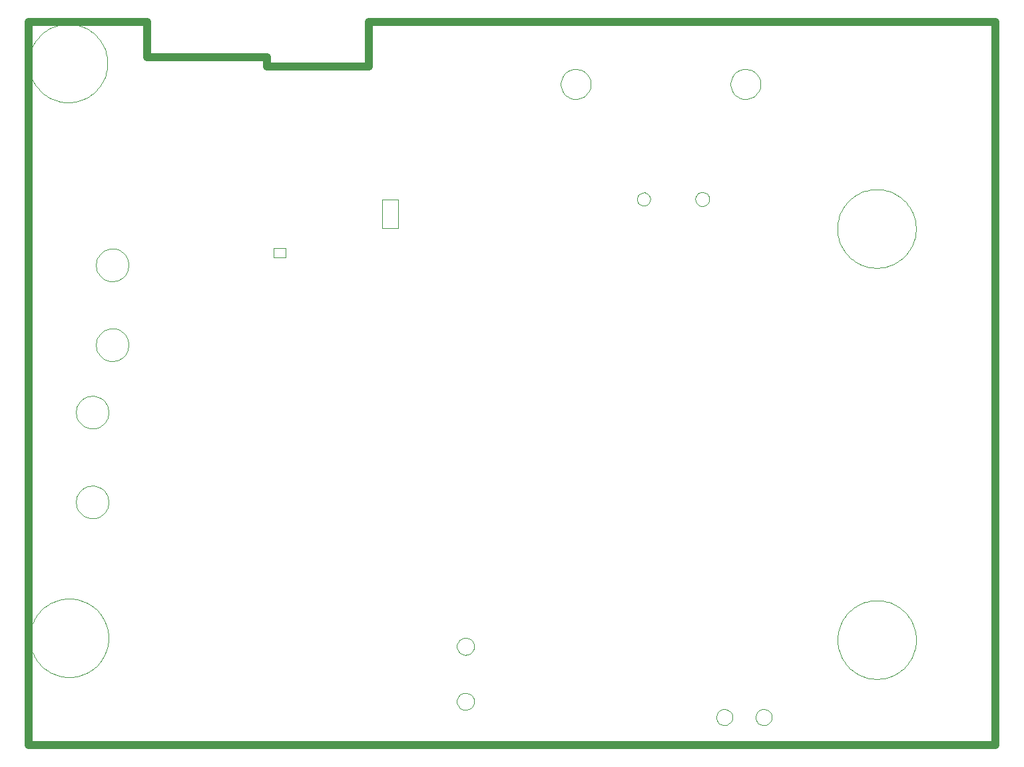
<source format=gko>
G04*
G04 #@! TF.GenerationSoftware,Altium Limited,Altium Designer,21.4.1 (30)*
G04*
G04 Layer_Color=16711935*
%FSLAX25Y25*%
%MOIN*%
G70*
G04*
G04 #@! TF.SameCoordinates,04E9EE4E-D336-421F-817C-04C26E83230A*
G04*
G04*
G04 #@! TF.FilePolarity,Positive*
G04*
G01*
G75*
%ADD165C,0.00200*%
%ADD166C,0.04000*%
D165*
X19793Y113056D02*
X19731Y114062D01*
X19546Y115052D01*
X19240Y116013D01*
X18819Y116928D01*
X18289Y117785D01*
X17657Y118570D01*
X16934Y119271D01*
X16130Y119878D01*
X15257Y120382D01*
X14329Y120775D01*
X13360Y121051D01*
X12364Y121205D01*
X11357Y121236D01*
X10354Y121143D01*
X9370Y120928D01*
X8420Y120593D01*
X7518Y120144D01*
X6678Y119587D01*
X5912Y118931D01*
X5234Y118187D01*
X4652Y117365D01*
X4175Y116477D01*
X3811Y115537D01*
X3565Y114560D01*
X3441Y113560D01*
Y112553D01*
X3565Y111553D01*
X3811Y110576D01*
X4175Y109636D01*
X4652Y108748D01*
X5234Y107926D01*
X5912Y107181D01*
X6678Y106526D01*
X7518Y105969D01*
X8420Y105520D01*
X9370Y105185D01*
X10354Y104970D01*
X11357Y104877D01*
X12364Y104908D01*
X13360Y105062D01*
X14329Y105338D01*
X15257Y105731D01*
X16130Y106235D01*
X16934Y106842D01*
X17657Y107543D01*
X18289Y108328D01*
X18819Y109185D01*
X19240Y110100D01*
X19546Y111060D01*
X19731Y112051D01*
X19793Y113056D01*
Y68056D02*
X19731Y69062D01*
X19546Y70052D01*
X19240Y71013D01*
X18819Y71928D01*
X18289Y72785D01*
X17657Y73570D01*
X16934Y74271D01*
X16130Y74878D01*
X15257Y75382D01*
X14329Y75775D01*
X13360Y76051D01*
X12364Y76205D01*
X11357Y76236D01*
X10354Y76143D01*
X9370Y75928D01*
X8420Y75593D01*
X7518Y75144D01*
X6678Y74587D01*
X5912Y73931D01*
X5234Y73187D01*
X4652Y72364D01*
X4175Y71477D01*
X3811Y70537D01*
X3565Y69560D01*
X3441Y68560D01*
Y67553D01*
X3565Y66553D01*
X3811Y65576D01*
X4175Y64636D01*
X4652Y63748D01*
X5234Y62926D01*
X5912Y62181D01*
X6678Y61526D01*
X7518Y60969D01*
X8420Y60520D01*
X9370Y60185D01*
X10354Y59970D01*
X11357Y59877D01*
X12364Y59908D01*
X13360Y60062D01*
X14329Y60338D01*
X15257Y60731D01*
X16130Y61235D01*
X16934Y61842D01*
X17657Y62543D01*
X18289Y63328D01*
X18819Y64185D01*
X19240Y65100D01*
X19546Y66060D01*
X19731Y67051D01*
X19793Y68056D01*
X29793Y146842D02*
X29731Y147848D01*
X29546Y148838D01*
X29240Y149799D01*
X28819Y150714D01*
X28289Y151570D01*
X27657Y152356D01*
X26934Y153057D01*
X26130Y153664D01*
X25257Y154168D01*
X24329Y154561D01*
X23360Y154836D01*
X22364Y154991D01*
X21357Y155022D01*
X20354Y154929D01*
X19370Y154713D01*
X18419Y154378D01*
X17518Y153929D01*
X16678Y153373D01*
X15913Y152717D01*
X15234Y151973D01*
X14652Y151150D01*
X14175Y150263D01*
X13811Y149323D01*
X13565Y148346D01*
X13441Y147346D01*
Y146338D01*
X13565Y145339D01*
X13811Y144361D01*
X14175Y143422D01*
X14652Y142534D01*
X15234Y141712D01*
X15913Y140967D01*
X16678Y140312D01*
X17518Y139755D01*
X18419Y139306D01*
X19370Y138971D01*
X20354Y138756D01*
X21357Y138663D01*
X22364Y138694D01*
X23360Y138848D01*
X24329Y139124D01*
X25257Y139517D01*
X26130Y140021D01*
X26934Y140628D01*
X27657Y141329D01*
X28289Y142114D01*
X28819Y142971D01*
X29240Y143886D01*
X29546Y144846D01*
X29731Y145837D01*
X29793Y146842D01*
Y186842D02*
X29731Y187848D01*
X29546Y188838D01*
X29240Y189798D01*
X28819Y190714D01*
X28289Y191570D01*
X27657Y192356D01*
X26934Y193057D01*
X26130Y193664D01*
X25257Y194168D01*
X24329Y194561D01*
X23360Y194836D01*
X22364Y194991D01*
X21357Y195022D01*
X20354Y194929D01*
X19370Y194713D01*
X18419Y194378D01*
X17518Y193929D01*
X16678Y193373D01*
X15913Y192717D01*
X15234Y191973D01*
X14652Y191150D01*
X14175Y190263D01*
X13811Y189323D01*
X13565Y188346D01*
X13441Y187346D01*
Y186338D01*
X13565Y185339D01*
X13811Y184361D01*
X14175Y183422D01*
X14652Y182534D01*
X15234Y181712D01*
X15913Y180967D01*
X16678Y180312D01*
X17518Y179755D01*
X18419Y179306D01*
X19370Y178971D01*
X20354Y178756D01*
X21357Y178663D01*
X22364Y178694D01*
X23360Y178848D01*
X24329Y179124D01*
X25257Y179517D01*
X26130Y180020D01*
X26934Y180628D01*
X27657Y181329D01*
X28289Y182114D01*
X28819Y182971D01*
X29240Y183886D01*
X29546Y184846D01*
X29731Y185837D01*
X29793Y186842D01*
X346160Y277517D02*
X346093Y278518D01*
X345893Y279500D01*
X345564Y280447D01*
X345112Y281341D01*
X344545Y282168D01*
X343872Y282911D01*
X343107Y283558D01*
X342262Y284098D01*
X341353Y284520D01*
X340395Y284817D01*
X339407Y284983D01*
X338405Y285017D01*
X337408Y284916D01*
X336433Y284684D01*
X335497Y284324D01*
X334618Y283842D01*
X333811Y283247D01*
X333091Y282551D01*
X332470Y281764D01*
X331959Y280902D01*
X331568Y279979D01*
X331303Y279012D01*
X331169Y278018D01*
Y277016D01*
X331303Y276023D01*
X331568Y275056D01*
X331959Y274133D01*
X332470Y273271D01*
X333091Y272484D01*
X333811Y271787D01*
X334618Y271193D01*
X335497Y270711D01*
X336433Y270351D01*
X337408Y270118D01*
X338405Y270018D01*
X339407Y270051D01*
X340395Y270218D01*
X341353Y270515D01*
X342262Y270937D01*
X343107Y271476D01*
X343872Y272124D01*
X344545Y272867D01*
X345112Y273693D01*
X345564Y274588D01*
X345893Y275535D01*
X346093Y276517D01*
X346160Y277517D01*
X261159D02*
X261092Y278518D01*
X260893Y279500D01*
X260564Y280447D01*
X260112Y281341D01*
X259545Y282168D01*
X258872Y282911D01*
X258107Y283558D01*
X257262Y284098D01*
X256353Y284520D01*
X255395Y284817D01*
X254407Y284983D01*
X253405Y285017D01*
X252408Y284916D01*
X251433Y284684D01*
X250497Y284324D01*
X249618Y283842D01*
X248811Y283247D01*
X248091Y282551D01*
X247470Y281764D01*
X246959Y280902D01*
X246568Y279979D01*
X246303Y279012D01*
X246169Y278018D01*
Y277016D01*
X246303Y276023D01*
X246568Y275056D01*
X246959Y274133D01*
X247470Y273271D01*
X248091Y272484D01*
X248811Y271787D01*
X249618Y271193D01*
X250497Y270711D01*
X251433Y270351D01*
X252408Y270118D01*
X253405Y270018D01*
X254407Y270051D01*
X255395Y270218D01*
X256353Y270515D01*
X257262Y270937D01*
X258107Y271476D01*
X258872Y272124D01*
X259545Y272867D01*
X260112Y273693D01*
X260564Y274588D01*
X260893Y275535D01*
X261092Y276517D01*
X261159Y277517D01*
X332089Y-39730D02*
X331962Y-38724D01*
X331589Y-37781D01*
X330993Y-36961D01*
X330212Y-36315D01*
X329294Y-35883D01*
X328299Y-35693D01*
X327287Y-35757D01*
X326322Y-36070D01*
X325466Y-36613D01*
X324772Y-37352D01*
X324284Y-38241D01*
X324032Y-39223D01*
Y-40237D01*
X324284Y-41219D01*
X324772Y-42107D01*
X325466Y-42847D01*
X326322Y-43390D01*
X327287Y-43703D01*
X328299Y-43767D01*
X329294Y-43577D01*
X330212Y-43145D01*
X330993Y-42499D01*
X331589Y-41679D01*
X331962Y-40736D01*
X332089Y-39730D01*
X351775Y-39730D02*
X351647Y-38724D01*
X351274Y-37781D01*
X350678Y-36961D01*
X349897Y-36315D01*
X348980Y-35883D01*
X347984Y-35693D01*
X346972Y-35757D01*
X346007Y-36070D01*
X345151Y-36613D01*
X344457Y-37352D01*
X343969Y-38241D01*
X343717Y-39223D01*
Y-40237D01*
X343969Y-41219D01*
X344457Y-42107D01*
X345151Y-42847D01*
X346007Y-43390D01*
X346972Y-43703D01*
X347984Y-43767D01*
X348980Y-43577D01*
X349897Y-43145D01*
X350678Y-42499D01*
X351274Y-41679D01*
X351647Y-40736D01*
X351775Y-39730D01*
X320463Y219874D02*
X320321Y220856D01*
X319909Y221760D01*
X319259Y222510D01*
X318424Y223047D01*
X317471Y223326D01*
X316478D01*
X315526Y223047D01*
X314690Y222510D01*
X314040Y221760D01*
X313628Y220856D01*
X313486Y219874D01*
X313628Y218891D01*
X314040Y217988D01*
X314690Y217238D01*
X315526Y216701D01*
X316478Y216421D01*
X317471D01*
X318424Y216701D01*
X319259Y217238D01*
X319909Y217988D01*
X320321Y218891D01*
X320463Y219874D01*
X290975D02*
X290827Y220856D01*
X290396Y221750D01*
X289721Y222478D01*
X288861Y222975D01*
X287893Y223196D01*
X286902Y223122D01*
X285978Y222759D01*
X285202Y222140D01*
X284642Y221319D01*
X284349Y220370D01*
Y219377D01*
X284642Y218428D01*
X285202Y217608D01*
X285978Y216988D01*
X286902Y216626D01*
X287893Y216551D01*
X288861Y216773D01*
X289721Y217269D01*
X290396Y217997D01*
X290827Y218892D01*
X290975Y219874D01*
X202763Y-4234D02*
X202648Y-3245D01*
X202307Y-2310D01*
X201760Y-1478D01*
X201036Y-795D01*
X200174Y-297D01*
X199220Y-12D01*
X198226Y46D01*
X197246Y-126D01*
X196332Y-521D01*
X195534Y-1115D01*
X194894Y-1878D01*
X194447Y-2767D01*
X194217Y-3736D01*
Y-4732D01*
X194447Y-5700D01*
X194894Y-6590D01*
X195534Y-7352D01*
X196332Y-7947D01*
X197246Y-8341D01*
X198226Y-8514D01*
X199220Y-8456D01*
X200174Y-8171D01*
X201036Y-7673D01*
X201760Y-6990D01*
X202307Y-6158D01*
X202648Y-5223D01*
X202763Y-4234D01*
Y-31793D02*
X202648Y-30804D01*
X202307Y-29869D01*
X201760Y-29037D01*
X201036Y-28354D01*
X200174Y-27856D01*
X199220Y-27571D01*
X198226Y-27513D01*
X197246Y-27686D01*
X196332Y-28080D01*
X195534Y-28674D01*
X194894Y-29437D01*
X194447Y-30327D01*
X194217Y-31295D01*
Y-32291D01*
X194447Y-33259D01*
X194894Y-34149D01*
X195534Y-34912D01*
X196332Y-35506D01*
X197246Y-35900D01*
X198226Y-36073D01*
X199220Y-36015D01*
X200174Y-35730D01*
X201036Y-35232D01*
X201760Y-34549D01*
X202307Y-33717D01*
X202648Y-32782D01*
X202763Y-31793D01*
X19185Y288000D02*
X19160Y288997D01*
X19084Y289991D01*
X18958Y290981D01*
X18782Y291963D01*
X18557Y292934D01*
X18282Y293893D01*
X17960Y294837D01*
X17590Y295763D01*
X17173Y296669D01*
X16712Y297553D01*
X16206Y298413D01*
X15657Y299245D01*
X15067Y300049D01*
X14436Y300822D01*
X13768Y301562D01*
X13062Y302268D01*
X12322Y302936D01*
X11549Y303566D01*
X10745Y304157D01*
X9913Y304706D01*
X9053Y305211D01*
X8169Y305673D01*
X7263Y306090D01*
X6337Y306460D01*
X5393Y306782D01*
X4434Y307057D01*
X3463Y307282D01*
X2481Y307458D01*
X1491Y307584D01*
X497Y307660D01*
X-500Y307685D01*
X-1497Y307660D01*
X-2492Y307584D01*
X-3481Y307458D01*
X-4463Y307282D01*
X-5434Y307057D01*
X-6393Y306782D01*
X-7337Y306460D01*
X-8263Y306090D01*
X-9169Y305673D01*
X-10053Y305211D01*
X-10913Y304706D01*
X-11745Y304157D01*
X-12549Y303566D01*
X-13322Y302936D01*
X-14062Y302268D01*
X-14768Y301562D01*
X-15436Y300822D01*
X-16067Y300049D01*
X-16657Y299245D01*
X-17206Y298413D01*
X-17712Y297553D01*
X-18173Y296669D01*
X-18590Y295763D01*
X-18960Y294837D01*
X-19282Y293893D01*
X-19557Y292934D01*
X-19782Y291963D01*
X-19958Y290981D01*
X-20084Y289991D01*
X-20160Y288997D01*
X-20185Y288000D01*
X-20160Y287003D01*
X-20084Y286009D01*
X-19958Y285019D01*
X-19782Y284037D01*
X-19557Y283066D01*
X-19282Y282107D01*
X-18960Y281163D01*
X-18590Y280237D01*
X-18173Y279331D01*
X-17711Y278447D01*
X-17206Y277587D01*
X-16657Y276754D01*
X-16066Y275951D01*
X-15436Y275178D01*
X-14767Y274438D01*
X-14062Y273732D01*
X-13322Y273064D01*
X-12549Y272433D01*
X-11745Y271843D01*
X-10913Y271294D01*
X-10053Y270788D01*
X-9169Y270327D01*
X-8263Y269910D01*
X-7337Y269540D01*
X-6393Y269218D01*
X-5434Y268943D01*
X-4462Y268718D01*
X-3481Y268542D01*
X-2491Y268416D01*
X-1497Y268340D01*
X-500Y268315D01*
X497Y268340D01*
X1492Y268416D01*
X2481Y268542D01*
X3463Y268718D01*
X4434Y268943D01*
X5393Y269218D01*
X6337Y269540D01*
X7263Y269910D01*
X8169Y270327D01*
X9053Y270789D01*
X9913Y271294D01*
X10746Y271843D01*
X11549Y272434D01*
X12322Y273064D01*
X13062Y273732D01*
X13768Y274438D01*
X14436Y275178D01*
X15067Y275951D01*
X15657Y276755D01*
X16206Y277587D01*
X16712Y278447D01*
X17173Y279331D01*
X17590Y280237D01*
X17960Y281163D01*
X18282Y282107D01*
X18557Y283066D01*
X18782Y284037D01*
X18958Y285019D01*
X19084Y286009D01*
X19160Y287003D01*
X19185Y288000D01*
X424085Y-900D02*
X424060Y97D01*
X423984Y1091D01*
X423858Y2081D01*
X423682Y3063D01*
X423457Y4034D01*
X423182Y4993D01*
X422860Y5937D01*
X422490Y6863D01*
X422073Y7769D01*
X421611Y8653D01*
X421106Y9513D01*
X420557Y10345D01*
X419966Y11149D01*
X419336Y11922D01*
X418668Y12662D01*
X417962Y13368D01*
X417222Y14036D01*
X416449Y14667D01*
X415645Y15257D01*
X414813Y15806D01*
X413953Y16311D01*
X413069Y16773D01*
X412163Y17190D01*
X411237Y17560D01*
X410293Y17882D01*
X409334Y18157D01*
X408363Y18382D01*
X407381Y18558D01*
X406391Y18684D01*
X405397Y18760D01*
X404400Y18785D01*
X403403Y18760D01*
X402409Y18684D01*
X401419Y18558D01*
X400437Y18382D01*
X399466Y18157D01*
X398507Y17882D01*
X397563Y17560D01*
X396637Y17190D01*
X395731Y16773D01*
X394847Y16311D01*
X393987Y15806D01*
X393155Y15257D01*
X392351Y14666D01*
X391578Y14036D01*
X390838Y13368D01*
X390132Y12662D01*
X389464Y11922D01*
X388833Y11149D01*
X388243Y10345D01*
X387694Y9513D01*
X387188Y8653D01*
X386727Y7769D01*
X386310Y6863D01*
X385940Y5937D01*
X385618Y4993D01*
X385343Y4034D01*
X385118Y3063D01*
X384942Y2081D01*
X384816Y1091D01*
X384740Y97D01*
X384715Y-900D01*
X384740Y-1897D01*
X384816Y-2891D01*
X384942Y-3881D01*
X385118Y-4863D01*
X385343Y-5834D01*
X385618Y-6793D01*
X385940Y-7737D01*
X386310Y-8663D01*
X386727Y-9569D01*
X387189Y-10453D01*
X387694Y-11313D01*
X388243Y-12145D01*
X388834Y-12949D01*
X389464Y-13722D01*
X390132Y-14462D01*
X390838Y-15168D01*
X391578Y-15836D01*
X392351Y-16466D01*
X393155Y-17057D01*
X393987Y-17606D01*
X394847Y-18112D01*
X395731Y-18573D01*
X396637Y-18990D01*
X397563Y-19360D01*
X398507Y-19682D01*
X399466Y-19957D01*
X400437Y-20182D01*
X401419Y-20358D01*
X402409Y-20484D01*
X403403Y-20560D01*
X404400Y-20585D01*
X405397Y-20560D01*
X406392Y-20484D01*
X407381Y-20358D01*
X408363Y-20182D01*
X409334Y-19957D01*
X410293Y-19682D01*
X411237Y-19360D01*
X412163Y-18990D01*
X413069Y-18573D01*
X413953Y-18112D01*
X414813Y-17606D01*
X415646Y-17057D01*
X416449Y-16466D01*
X417222Y-15836D01*
X417962Y-15168D01*
X418668Y-14462D01*
X419336Y-13722D01*
X419967Y-12949D01*
X420557Y-12145D01*
X421106Y-11313D01*
X421612Y-10453D01*
X422073Y-9569D01*
X422490Y-8663D01*
X422860Y-7737D01*
X423182Y-6793D01*
X423457Y-5834D01*
X423682Y-4862D01*
X423858Y-3881D01*
X423984Y-2891D01*
X424060Y-1897D01*
X424085Y-900D01*
X423985Y205100D02*
X423960Y206097D01*
X423884Y207091D01*
X423758Y208081D01*
X423582Y209063D01*
X423357Y210034D01*
X423082Y210993D01*
X422760Y211937D01*
X422390Y212863D01*
X421973Y213769D01*
X421512Y214653D01*
X421006Y215513D01*
X420457Y216345D01*
X419866Y217149D01*
X419236Y217922D01*
X418568Y218662D01*
X417862Y219368D01*
X417122Y220036D01*
X416349Y220666D01*
X415545Y221257D01*
X414713Y221806D01*
X413853Y222311D01*
X412969Y222773D01*
X412063Y223190D01*
X411137Y223560D01*
X410193Y223882D01*
X409234Y224157D01*
X408263Y224382D01*
X407281Y224558D01*
X406291Y224684D01*
X405297Y224760D01*
X404300Y224785D01*
X403303Y224760D01*
X402309Y224684D01*
X401319Y224558D01*
X400337Y224382D01*
X399366Y224157D01*
X398407Y223882D01*
X397463Y223560D01*
X396537Y223190D01*
X395631Y222773D01*
X394747Y222311D01*
X393887Y221806D01*
X393055Y221257D01*
X392251Y220666D01*
X391478Y220036D01*
X390738Y219368D01*
X390032Y218662D01*
X389364Y217922D01*
X388734Y217149D01*
X388143Y216345D01*
X387594Y215513D01*
X387088Y214653D01*
X386627Y213769D01*
X386210Y212863D01*
X385840Y211937D01*
X385518Y210993D01*
X385243Y210034D01*
X385018Y209063D01*
X384842Y208081D01*
X384716Y207091D01*
X384640Y206097D01*
X384615Y205100D01*
X384640Y204103D01*
X384716Y203109D01*
X384842Y202119D01*
X385018Y201137D01*
X385243Y200166D01*
X385518Y199207D01*
X385840Y198263D01*
X386210Y197337D01*
X386627Y196431D01*
X387088Y195547D01*
X387594Y194687D01*
X388143Y193854D01*
X388734Y193051D01*
X389364Y192278D01*
X390033Y191538D01*
X390738Y190832D01*
X391478Y190164D01*
X392251Y189533D01*
X393055Y188943D01*
X393887Y188394D01*
X394747Y187888D01*
X395631Y187427D01*
X396537Y187010D01*
X397463Y186640D01*
X398407Y186318D01*
X399366Y186043D01*
X400338Y185818D01*
X401319Y185642D01*
X402309Y185516D01*
X403303Y185440D01*
X404300Y185415D01*
X405297Y185440D01*
X406292Y185516D01*
X407281Y185642D01*
X408263Y185818D01*
X409234Y186043D01*
X410193Y186318D01*
X411137Y186640D01*
X412063Y187010D01*
X412969Y187427D01*
X413853Y187889D01*
X414713Y188394D01*
X415546Y188943D01*
X416349Y189534D01*
X417122Y190164D01*
X417862Y190832D01*
X418568Y191538D01*
X419236Y192278D01*
X419867Y193051D01*
X420457Y193855D01*
X421006Y194687D01*
X421512Y195547D01*
X421973Y196431D01*
X422390Y197337D01*
X422760Y198263D01*
X423082Y199207D01*
X423357Y200166D01*
X423582Y201137D01*
X423758Y202119D01*
X423884Y203109D01*
X423960Y204103D01*
X423985Y205100D01*
X19685Y0D02*
X19660Y997D01*
X19584Y1991D01*
X19458Y2981D01*
X19282Y3963D01*
X19057Y4934D01*
X18782Y5893D01*
X18460Y6837D01*
X18090Y7763D01*
X17673Y8669D01*
X17211Y9553D01*
X16706Y10413D01*
X16157Y11245D01*
X15566Y12049D01*
X14936Y12822D01*
X14268Y13562D01*
X13562Y14268D01*
X12822Y14936D01*
X12049Y15566D01*
X11245Y16157D01*
X10413Y16706D01*
X9553Y17211D01*
X8669Y17673D01*
X7763Y18090D01*
X6837Y18460D01*
X5893Y18782D01*
X4934Y19057D01*
X3963Y19282D01*
X2981Y19458D01*
X1991Y19584D01*
X997Y19660D01*
X-0Y19685D01*
X-997Y19660D01*
X-1991Y19584D01*
X-2981Y19458D01*
X-3963Y19282D01*
X-4934Y19057D01*
X-5893Y18782D01*
X-6837Y18460D01*
X-7763Y18090D01*
X-8669Y17673D01*
X-9553Y17211D01*
X-10413Y16706D01*
X-11245Y16157D01*
X-12049Y15566D01*
X-12822Y14936D01*
X-13562Y14268D01*
X-14268Y13562D01*
X-14936Y12822D01*
X-15566Y12049D01*
X-16157Y11245D01*
X-16706Y10413D01*
X-17212Y9553D01*
X-17673Y8669D01*
X-18090Y7763D01*
X-18460Y6837D01*
X-18782Y5893D01*
X-19057Y4934D01*
X-19282Y3963D01*
X-19458Y2981D01*
X-19584Y1991D01*
X-19660Y997D01*
X-19685Y-0D01*
X-19660Y-997D01*
X-19584Y-1991D01*
X-19458Y-2981D01*
X-19282Y-3963D01*
X-19057Y-4934D01*
X-18782Y-5893D01*
X-18460Y-6837D01*
X-18090Y-7763D01*
X-17673Y-8669D01*
X-17211Y-9553D01*
X-16706Y-10413D01*
X-16157Y-11246D01*
X-15566Y-12049D01*
X-14936Y-12822D01*
X-14267Y-13562D01*
X-13562Y-14268D01*
X-12822Y-14936D01*
X-12049Y-15566D01*
X-11245Y-16157D01*
X-10413Y-16706D01*
X-9553Y-17212D01*
X-8669Y-17673D01*
X-7763Y-18090D01*
X-6837Y-18460D01*
X-5893Y-18782D01*
X-4934Y-19057D01*
X-3963Y-19282D01*
X-2981Y-19458D01*
X-1991Y-19584D01*
X-997Y-19660D01*
X0Y-19685D01*
X997Y-19660D01*
X1992Y-19584D01*
X2981Y-19458D01*
X3963Y-19282D01*
X4934Y-19057D01*
X5893Y-18782D01*
X6837Y-18460D01*
X7763Y-18090D01*
X8669Y-17673D01*
X9553Y-17211D01*
X10413Y-16706D01*
X11246Y-16157D01*
X12049Y-15566D01*
X12822Y-14936D01*
X13562Y-14267D01*
X14268Y-13562D01*
X14936Y-12822D01*
X15566Y-12049D01*
X16157Y-11245D01*
X16706Y-10413D01*
X17212Y-9553D01*
X17673Y-8669D01*
X18090Y-7763D01*
X18460Y-6837D01*
X18782Y-5893D01*
X19057Y-4934D01*
X19282Y-3963D01*
X19458Y-2981D01*
X19584Y-1991D01*
X19660Y-997D01*
X19685Y0D01*
X156810Y205377D02*
X164791D01*
X156810D02*
Y219551D01*
X164791D01*
Y205377D02*
Y219551D01*
X102338Y195492D02*
X108244D01*
X102338Y190726D02*
Y195492D01*
Y190726D02*
X108244D01*
Y195492D01*
D166*
X463852Y-53509D02*
X463852Y308696D01*
X-20399Y308696D02*
X39070D01*
X-20399Y-53509D02*
X463852D01*
X-20399Y308696D02*
X-20399Y-53509D01*
X39070Y290979D02*
Y308696D01*
Y290979D02*
X98913Y290979D01*
Y286256D02*
Y290979D01*
Y286256D02*
X150094D01*
Y308696D01*
X463852Y308696D01*
M02*

</source>
